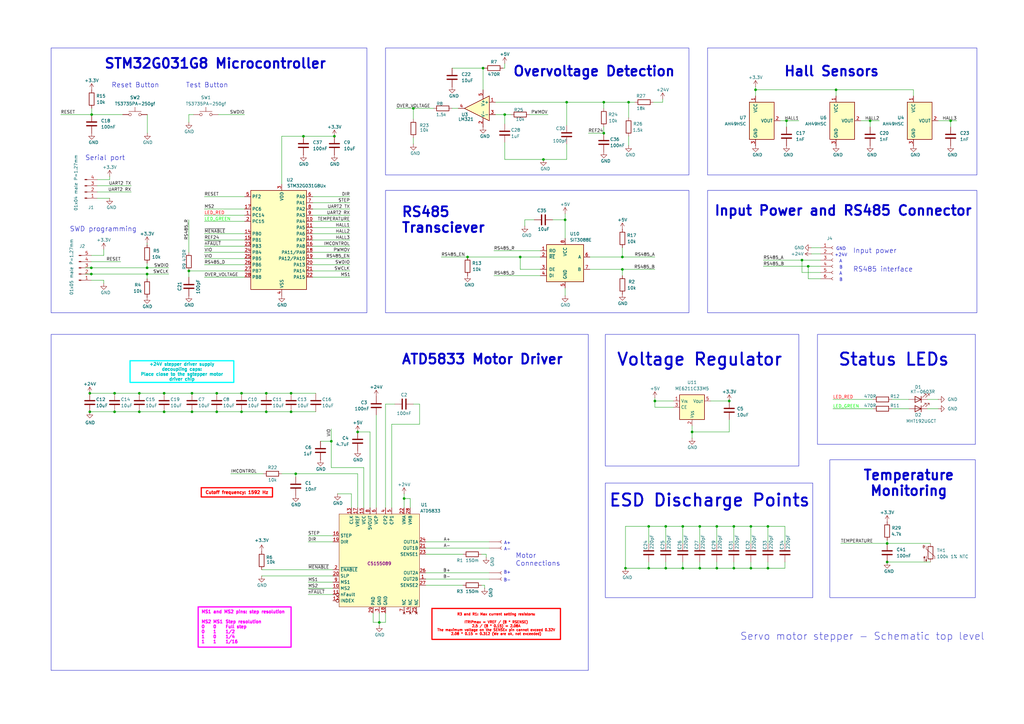
<source format=kicad_sch>
(kicad_sch (version 20231120) (generator "eeschema") (generator_version "8.0")
  (paper "A3")
  (title_block (title "Servo motor stepper M3 - Schematic top level") (date "2025-06-07") (rev "1.3"))
  (junction (at 165.735 204.47))
  (junction (at 57.15 161.29))
  (junction (at 37.592 46.99))
  (junction (at 119.38 168.91))
  (junction (at 46.99 161.29))
  (junction (at 389.89 49.53))
  (junction (at 280.035 233.045))
  (junction (at 314.96 233.045))
  (junction (at 213.36 105.41))
  (junction (at 60.325 112.395))
  (junction (at 169.545 44.45))
  (junction (at 124.46 55.88))
  (junction (at 60.325 109.855))
  (junction (at 67.31 161.29))
  (junction (at 307.975 215.9))
  (junction (at 247.65 41.91))
  (junction (at 255.27 110.49))
  (junction (at 256.54 233.045))
  (junction (at 46.99 168.91))
  (junction (at 67.31 168.91))
  (junction (at 273.05 233.045))
  (junction (at 232.41 41.91))
  (junction (at 198.12 27.94))
  (junction (at 137.16 55.88))
  (junction (at 363.855 230.505))
  (junction (at 99.06 168.91))
  (junction (at 299.085 164.465))
  (junction (at 109.22 161.29))
  (junction (at 268.605 164.465))
  (junction (at 119.38 161.29))
  (junction (at 266.065 233.045))
  (junction (at 78.74 161.29))
  (junction (at 36.83 168.91))
  (junction (at 191.77 105.41))
  (junction (at 99.06 161.29))
  (junction (at 121.285 194.31))
  (junction (at 287.02 215.9))
  (junction (at 266.065 215.9))
  (junction (at 309.88 36.83))
  (junction (at 294.005 233.045))
  (junction (at 273.05 215.9))
  (junction (at 280.035 215.9))
  (junction (at 322.58 49.53))
  (junction (at 300.99 233.045))
  (junction (at 307.975 233.045))
  (junction (at 222.885 65.405))
  (junction (at 283.845 177.165))
  (junction (at 57.15 168.91))
  (junction (at 257.81 41.91))
  (junction (at 363.855 222.885))
  (junction (at 300.99 215.9))
  (junction (at 342.9 36.83))
  (junction (at 247.65 54.61))
  (junction (at 231.775 90.17))
  (junction (at 287.02 233.045))
  (junction (at 155.575 255.27))
  (junction (at 331.47 109.22))
  (junction (at 255.27 105.41))
  (junction (at 294.005 215.9))
  (junction (at 36.83 161.29))
  (junction (at 146.685 177.165))
  (junction (at 88.9 168.91))
  (junction (at 37.465 112.395))
  (junction (at 109.22 168.91))
  (junction (at 88.9 161.29))
  (junction (at 135.89 180.975))
  (junction (at 78.74 168.91))
  (junction (at 328.93 106.68))
  (junction (at 356.87 49.53))
  (junction (at 207.01 46.99))
  (junction (at 77.47 111.125))
  (junction (at 37.465 109.855))
  (junction (at 314.96 215.9))
  (wire (pts (xy 77.47 90.17) (xy 77.47 103.505)))
  (wire (pts (xy 172.085 165.735) (xy 169.545 165.735)))
  (wire (pts (xy 320.04 49.53) (xy 322.58 49.53)))
  (wire (pts (xy 271.78 41.91) (xy 267.97 41.91)))
  (wire (pts (xy 99.06 161.29) (xy 109.22 161.29)))
  (wire (pts (xy 162.56 44.45) (xy 169.545 44.45)))
  (wire (pts (xy 380.365 163.83) (xy 384.81 163.83)))
  (wire (pts (xy 332.74 104.14) (xy 336.55 104.14)))
  (wire (pts (xy 143.51 98.425) (xy 128.27 98.425)))
  (wire (pts (xy 266.065 230.505) (xy 266.065 233.045)))
  (wire (pts (xy 143.51 106.045) (xy 128.27 106.045)))
  (wire (pts (xy 356.87 49.53) (xy 360.68 49.53)))
  (wire (pts (xy 143.51 90.805) (xy 128.27 90.805)))
  (wire (pts (xy 197.485 240.03) (xy 198.755 240.03)))
  (wire (pts (xy 83.82 108.585) (xy 100.33 108.585)))
  (wire (pts (xy 215.265 90.17) (xy 215.265 92.71)))
  (wire (pts (xy 165.735 204.47) (xy 165.735 208.28)))
  (wire (pts (xy 57.15 161.29) (xy 67.31 161.29)))
  (wire (pts (xy 37.592 46.99) (xy 50.292 46.99)))
  (wire (pts (xy 222.885 65.405) (xy 232.41 65.405)))
  (wire (pts (xy 143.51 80.645) (xy 128.27 80.645)))
  (wire (pts (xy 169.545 44.45) (xy 169.545 48.895)))
  (wire (pts (xy 143.51 103.505) (xy 128.27 103.505)))
  (wire (pts (xy 332.74 101.6) (xy 336.55 101.6)))
  (wire (pts (xy 283.845 179.705) (xy 283.845 177.165)))
  (wire (pts (xy 39.878 78.74) (xy 53.848 78.74)))
  (wire (pts (xy 255.27 101.6) (xy 255.27 105.41)))
  (wire (pts (xy 255.27 105.41) (xy 268.605 105.41)))
  (wire (pts (xy 78.74 168.91) (xy 88.9 168.91)))
  (wire (pts (xy 169.545 44.45) (xy 177.8 44.45)))
  (wire (pts (xy 255.27 110.49) (xy 255.27 113.03)))
  (wire (pts (xy 144.145 208.28) (xy 144.145 202.565)))
  (wire (pts (xy 128.27 85.725) (xy 143.51 85.725)))
  (wire (pts (xy 37.465 104.775) (xy 42.545 104.775)))
  (wire (pts (xy 266.065 215.9) (xy 266.065 222.885)))
  (wire (pts (xy 143.51 95.885) (xy 128.27 95.885)))
  (wire (pts (xy 89.535 46.99) (xy 100.33 46.99)))
  (wire (pts (xy 83.82 103.505) (xy 100.33 103.505)))
  (wire (pts (xy 374.65 39.37) (xy 374.65 36.83)))
  (wire (pts (xy 222.885 65.405) (xy 207.01 65.405)))
  (wire (pts (xy 174.625 240.03) (xy 189.865 240.03)))
  (wire (pts (xy 241.935 110.49) (xy 255.27 110.49)))
  (wire (pts (xy 389.89 49.53) (xy 389.89 52.07)))
  (wire (pts (xy 143.51 83.185) (xy 128.27 83.185)))
  (wire (pts (xy 109.22 168.91) (xy 119.38 168.91)))
  (wire (pts (xy 143.51 100.965) (xy 128.27 100.965)))
  (wire (pts (xy 256.54 233.045) (xy 256.54 215.9)))
  (wire (pts (xy 353.06 49.53) (xy 356.87 49.53)))
  (wire (pts (xy 365.76 163.83) (xy 372.745 163.83)))
  (wire (pts (xy 57.15 168.91) (xy 67.31 168.91)))
  (wire (pts (xy 207.01 46.99) (xy 207.01 50.8)))
  (wire (pts (xy 294.005 230.505) (xy 294.005 233.045)))
  (wire (pts (xy 158.115 165.735) (xy 158.115 208.28)))
  (wire (pts (xy 174.625 237.49) (xy 200.66 237.49)))
  (wire (pts (xy 126.365 219.71) (xy 136.525 219.71)))
  (wire (pts (xy 257.81 55.88) (xy 257.81 59.69)))
  (wire (pts (xy 280.035 215.9) (xy 273.05 215.9)))
  (wire (pts (xy 213.36 105.41) (xy 221.615 105.41)))
  (wire (pts (xy 126.365 241.3) (xy 136.525 241.3)))
  (wire (pts (xy 126.365 243.84) (xy 136.525 243.84)))
  (wire (pts (xy 363.855 222.885) (xy 381.635 222.885)))
  (wire (pts (xy 257.81 41.91) (xy 257.81 48.26)))
  (wire (pts (xy 314.96 215.9) (xy 307.975 215.9)))
  (wire (pts (xy 380.365 167.64) (xy 384.81 167.64)))
  (wire (pts (xy 165.735 202.565) (xy 165.735 204.47)))
  (wire (pts (xy 161.925 165.735) (xy 158.115 165.735)))
  (wire (pts (xy 34.925 109.855) (xy 37.465 109.855)))
  (wire (pts (xy 300.99 233.045) (xy 294.005 233.045)))
  (wire (pts (xy 77.47 46.99) (xy 79.375 46.99)))
  (wire (pts (xy 331.47 109.22) (xy 331.47 114.3)))
  (wire (pts (xy 313.055 109.22) (xy 331.47 109.22)))
  (wire (pts (xy 313.055 106.68) (xy 328.93 106.68)))
  (wire (pts (xy 202.565 102.87) (xy 221.615 102.87)))
  (wire (pts (xy 149.225 208.28) (xy 149.225 191.77)))
  (wire (pts (xy 287.02 215.9) (xy 287.02 222.885)))
  (wire (pts (xy 328.93 111.76) (xy 336.55 111.76)))
  (wire (pts (xy 207.01 58.42) (xy 207.01 65.405)))
  (wire (pts (xy 121.285 194.31) (xy 121.285 195.58)))
  (wire (pts (xy 231.775 90.17) (xy 231.775 97.79)))
  (wire (pts (xy 287.02 233.045) (xy 280.035 233.045)))
  (wire (pts (xy 168.275 204.47) (xy 165.735 204.47)))
  (wire (pts (xy 126.365 222.25) (xy 136.525 222.25)))
  (wire (pts (xy 160.655 173.99) (xy 172.085 173.99)))
  (wire (pts (xy 154.305 170.18) (xy 154.305 208.28)))
  (wire (pts (xy 174.625 224.79) (xy 200.66 224.79)))
  (wire (pts (xy 39.878 73.66) (xy 44.958 73.66)))
  (wire (pts (xy 115.57 194.31) (xy 121.285 194.31)))
  (wire (pts (xy 143.51 108.585) (xy 128.27 108.585)))
  (wire (pts (xy 363.855 230.505) (xy 381.635 230.505)))
  (wire (pts (xy 39.878 81.28) (xy 44.958 81.28)))
  (wire (pts (xy 36.83 161.29) (xy 46.99 161.29)))
  (wire (pts (xy 328.93 106.68) (xy 328.93 111.76)))
  (wire (pts (xy 268.605 163.195) (xy 268.605 164.465)))
  (wire (pts (xy 199.39 227.33) (xy 199.39 228.6)))
  (wire (pts (xy 213.36 110.49) (xy 221.615 110.49)))
  (wire (pts (xy 83.82 100.965) (xy 100.33 100.965)))
  (wire (pts (xy 231.775 87.63) (xy 231.775 90.17)))
  (wire (pts (xy 143.51 93.345) (xy 128.27 93.345)))
  (wire (pts (xy 144.145 202.565) (xy 138.43 202.565)))
  (wire (pts (xy 60.325 107.95) (xy 60.325 109.855)))
  (wire (pts (xy 198.755 240.03) (xy 198.755 241.3)))
  (wire (pts (xy 203.2 41.91) (xy 232.41 41.91)))
  (wire (pts (xy 37.592 44.45) (xy 37.592 46.99)))
  (wire (pts (xy 389.89 49.53) (xy 392.43 49.53)))
  (wire (pts (xy 174.625 222.25) (xy 200.66 222.25)))
  (wire (pts (xy 287.02 215.9) (xy 280.035 215.9)))
  (wire (pts (xy 268.605 164.465) (xy 276.225 164.465)))
  (wire (pts (xy 363.855 221.615) (xy 363.855 222.885)))
  (wire (pts (xy 232.41 51.435) (xy 232.41 41.91)))
  (wire (pts (xy 169.545 56.515) (xy 169.545 59.055)))
  (wire (pts (xy 42.545 114.935) (xy 42.545 116.205)))
  (wire (pts (xy 83.82 106.045) (xy 100.33 106.045)))
  (wire (pts (xy 60.325 112.395) (xy 69.215 112.395)))
  (wire (pts (xy 257.81 41.91) (xy 260.35 41.91)))
  (wire (pts (xy 226.695 90.17) (xy 231.775 90.17)))
  (wire (pts (xy 217.17 46.99) (xy 224.79 46.99)))
  (wire (pts (xy 168.275 208.28) (xy 168.275 204.47)))
  (wire (pts (xy 307.975 215.9) (xy 300.99 215.9)))
  (wire (pts (xy 158.115 251.46) (xy 158.115 255.27)))
  (wire (pts (xy 88.9 161.29) (xy 99.06 161.29)))
  (wire (pts (xy 283.845 174.625) (xy 283.845 177.165)))
  (wire (pts (xy 37.465 107.315) (xy 49.53 107.315)))
  (wire (pts (xy 203.2 46.99) (xy 207.01 46.99)))
  (wire (pts (xy 314.96 233.045) (xy 314.96 230.505)))
  (wire (pts (xy 231.775 121.285) (xy 231.775 118.11)))
  (wire (pts (xy 83.82 90.805) (xy 100.33 90.805)))
  (wire (pts (xy 256.54 233.045) (xy 266.065 233.045)))
  (wire (pts (xy 128.27 113.665) (xy 143.51 113.665)))
  (wire (pts (xy 280.035 230.505) (xy 280.035 233.045)))
  (wire (pts (xy 155.575 251.46) (xy 155.575 255.27)))
  (wire (pts (xy 314.96 222.885) (xy 314.96 215.9)))
  (wire (pts (xy 328.93 106.68) (xy 336.55 106.68)))
  (wire (pts (xy 322.58 49.53) (xy 322.58 52.07)))
  (wire (pts (xy 174.625 227.33) (xy 189.865 227.33)))
  (wire (pts (xy 300.99 215.9) (xy 294.005 215.9)))
  (wire (pts (xy 37.465 109.855) (xy 60.325 109.855)))
  (wire (pts (xy 60.452 46.99) (xy 60.452 54.61)))
  (wire (pts (xy 83.82 95.885) (xy 100.33 95.885)))
  (wire (pts (xy 273.05 215.9) (xy 266.065 215.9)))
  (wire (pts (xy 34.925 112.395) (xy 37.465 112.395)))
  (wire (pts (xy 153.035 255.27) (xy 155.575 255.27)))
  (wire (pts (xy 280.035 215.9) (xy 280.035 222.885)))
  (wire (pts (xy 94.615 194.31) (xy 107.95 194.31)))
  (wire (pts (xy 83.82 113.665) (xy 100.33 113.665)))
  (wire (pts (xy 83.82 85.725) (xy 100.33 85.725)))
  (wire (pts (xy 174.625 234.95) (xy 200.66 234.95)))
  (wire (pts (xy 321.945 215.9) (xy 314.96 215.9)))
  (wire (pts (xy 77.47 111.125) (xy 100.33 111.125)))
  (wire (pts (xy 219.075 90.17) (xy 215.265 90.17)))
  (wire (pts (xy 24.892 46.99) (xy 37.592 46.99)))
  (wire (pts (xy 283.845 177.165) (xy 299.085 177.165)))
  (wire (pts (xy 314.96 233.045) (xy 307.975 233.045)))
  (wire (pts (xy 99.06 168.91) (xy 109.22 168.91)))
  (wire (pts (xy 344.805 222.885) (xy 363.855 222.885)))
  (wire (pts (xy 155.575 255.27) (xy 155.575 256.54)))
  (wire (pts (xy 191.77 105.41) (xy 213.36 105.41)))
  (wire (pts (xy 280.035 233.045) (xy 273.05 233.045)))
  (wire (pts (xy 78.74 161.29) (xy 88.9 161.29)))
  (wire (pts (xy 232.41 65.405) (xy 232.41 59.055)))
  (wire (pts (xy 83.82 98.425) (xy 100.33 98.425)))
  (wire (pts (xy 60.325 114.3) (xy 60.325 112.395)))
  (wire (pts (xy 88.9 168.91) (xy 99.06 168.91)))
  (wire (pts (xy 299.085 177.165) (xy 299.085 172.085)))
  (wire (pts (xy 342.9 39.37) (xy 342.9 36.83)))
  (wire (pts (xy 207.01 46.99) (xy 209.55 46.99)))
  (wire (pts (xy 77.47 50.165) (xy 77.47 46.99)))
  (wire (pts (xy 374.65 36.83) (xy 342.9 36.83)))
  (wire (pts (xy 331.47 114.3) (xy 336.55 114.3)))
  (wire (pts (xy 42.545 104.775) (xy 42.545 102.235)))
  (wire (pts (xy 255.27 110.49) (xy 268.605 110.49)))
  (wire (pts (xy 115.57 75.565) (xy 115.57 55.88)))
  (wire (pts (xy 119.38 161.29) (xy 129.54 161.29)))
  (wire (pts (xy 273.05 230.505) (xy 273.05 233.045)))
  (wire (pts (xy 294.005 215.9) (xy 294.005 222.885)))
  (wire (pts (xy 213.36 105.41) (xy 213.36 110.49)))
  (wire (pts (xy 322.58 49.53) (xy 327.66 49.53)))
  (wire (pts (xy 39.878 76.2) (xy 53.848 76.2)))
  (wire (pts (xy 172.085 173.99) (xy 172.085 165.735)))
  (wire (pts (xy 314.96 233.045) (xy 321.945 233.045)))
  (wire (pts (xy 60.325 109.855) (xy 69.215 109.855)))
  (wire (pts (xy 151.765 177.165) (xy 151.765 208.28)))
  (wire (pts (xy 185.42 44.45) (xy 187.96 44.45)))
  (wire (pts (xy 180.975 105.41) (xy 191.77 105.41)))
  (wire (pts (xy 185.42 27.94) (xy 198.12 27.94)))
  (wire (pts (xy 207.01 27.94) (xy 206.375 27.94)))
  (wire (pts (xy 107.315 236.22) (xy 136.525 236.22)))
  (wire (pts (xy 83.82 88.265) (xy 100.33 88.265)))
  (wire (pts (xy 158.115 255.27) (xy 155.575 255.27)))
  (wire (pts (xy 124.46 55.88) (xy 137.16 55.88)))
  (wire (pts (xy 287.02 230.505) (xy 287.02 233.045)))
  (wire (pts (xy 107.315 233.68) (xy 136.525 233.68)))
  (wire (pts (xy 67.31 168.91) (xy 78.74 168.91)))
  (wire (pts (xy 160.655 208.28) (xy 160.655 173.99)))
  (wire (pts (xy 46.99 168.91) (xy 57.15 168.91)))
  (wire (pts (xy 309.88 35.56) (xy 309.88 36.83)))
  (wire (pts (xy 271.78 40.64) (xy 271.78 41.91)))
  (wire (pts (xy 36.83 168.91) (xy 46.99 168.91)))
  (wire (pts (xy 198.755 27.94) (xy 198.12 27.94)))
  (wire (pts (xy 37.465 114.935) (xy 42.545 114.935)))
  (wire (pts (xy 331.47 109.22) (xy 336.55 109.22)))
  (wire (pts (xy 135.89 191.77) (xy 149.225 191.77)))
  (wire (pts (xy 341.63 167.64) (xy 358.14 167.64)))
  (wire (pts (xy 44.958 73.66) (xy 44.958 72.39)))
  (wire (pts (xy 247.65 41.91) (xy 257.81 41.91)))
  (wire (pts (xy 37.465 112.395) (xy 60.325 112.395)))
  (wire (pts (xy 135.89 175.895) (xy 135.89 180.975)))
  (wire (pts (xy 241.935 105.41) (xy 255.27 105.41)))
  (wire (pts (xy 121.285 194.31) (xy 146.685 194.31)))
  (wire (pts (xy 273.05 215.9) (xy 273.05 222.885)))
  (wire (pts (xy 291.465 164.465) (xy 299.085 164.465)))
  (wire (pts (xy 146.685 177.165) (xy 151.765 177.165)))
  (wire (pts (xy 146.685 208.28) (xy 146.685 194.31)))
  (wire (pts (xy 268.605 167.005) (xy 268.605 164.465)))
  (wire (pts (xy 109.22 161.29) (xy 119.38 161.29)))
  (wire (pts (xy 247.65 41.91) (xy 247.65 44.45)))
  (wire (pts (xy 128.27 88.265) (xy 143.51 88.265)))
  (wire (pts (xy 197.485 227.33) (xy 199.39 227.33)))
  (wire (pts (xy 307.975 233.045) (xy 307.975 230.505)))
  (wire (pts (xy 119.38 168.91) (xy 129.54 168.91)))
  (wire (pts (xy 321.945 222.885) (xy 321.945 215.9)))
  (wire (pts (xy 198.12 27.94) (xy 198.12 36.83)))
  (wire (pts (xy 307.975 215.9) (xy 307.975 222.885)))
  (wire (pts (xy 300.99 230.505) (xy 300.99 233.045)))
  (wire (pts (xy 307.975 233.045) (xy 300.99 233.045)))
  (wire (pts (xy 207.01 26.035) (xy 207.01 27.94)))
  (wire (pts (xy 77.47 113.665) (xy 77.47 111.125)))
  (wire (pts (xy 321.945 230.505) (xy 321.945 233.045)))
  (wire (pts (xy 131.445 180.975) (xy 135.89 180.975)))
  (wire (pts (xy 276.225 167.005) (xy 268.605 167.005)))
  (wire (pts (xy 300.99 215.9) (xy 300.99 222.885)))
  (wire (pts (xy 294.005 215.9) (xy 287.02 215.9)))
  (wire (pts (xy 247.65 52.07) (xy 247.65 54.61)))
  (wire (pts (xy 342.9 36.83) (xy 309.88 36.83)))
  (wire (pts (xy 309.88 36.83) (xy 309.88 39.37)))
  (wire (pts (xy 384.81 49.53) (xy 389.89 49.53)))
  (wire (pts (xy 60.325 99.695) (xy 60.325 100.33)))
  (wire (pts (xy 356.87 49.53) (xy 356.87 52.07)))
  (wire (pts (xy 294.005 233.045) (xy 287.02 233.045)))
  (wire (pts (xy 241.3 54.61) (xy 247.65 54.61)))
  (wire (pts (xy 256.54 215.9) (xy 266.065 215.9)))
  (wire (pts (xy 365.76 167.64) (xy 372.745 167.64)))
  (wire (pts (xy 83.82 80.645) (xy 100.33 80.645)))
  (wire (pts (xy 115.57 55.88) (xy 124.46 55.88)))
  (wire (pts (xy 136.525 238.76) (xy 126.365 238.76)))
  (wire (pts (xy 46.99 161.29) (xy 57.15 161.29)))
  (wire (pts (xy 153.035 251.46) (xy 153.035 255.27)))
  (wire (pts (xy 341.63 163.83) (xy 358.14 163.83)))
  (wire (pts (xy 273.05 233.045) (xy 266.065 233.045)))
  (wire (pts (xy 232.41 41.91) (xy 247.65 41.91)))
  (wire (pts (xy 202.565 113.03) (xy 221.615 113.03)))
  (wire (pts (xy 135.89 191.77) (xy 135.89 180.975)))
  (wire (pts (xy 67.31 161.29) (xy 78.74 161.29)))
  (wire (pts (xy 143.51 111.125) (xy 128.27 111.125)))
  (rectangle (start 248.285 137.16) (end 327.66 191.135))
  (rectangle (start 335.28 137.16) (end 400.05 182.245))
  (rectangle (start 20.955 137.16) (end 241.3 274.955))
  (rectangle (start 158.115 19.685) (end 282.575 71.755))
  (rectangle (start 290.195 19.685) (end 400.685 71.755))
  (rectangle (start 248.285 198.12) (end 333.375 245.11))
  (rectangle (start 20.955 19.685) (end 150.495 128.27))
  (rectangle (start 158.115 78.105) (end 282.575 128.27))
  (rectangle (start 340.36 188.595) (end 400.05 245.11))
  (rectangle (start 290.195 78.105) (end 400.685 128.27))
  (text_box "Cutoff frequency: 1592 Hz\n" (at 82.55 200.025 0) (size 29.21 3.81) (stroke (width 0.5) (color 255 0 0 1)) (effects (font (size 1.27 1.27) (thickness 0.4) (bold yes))))
  (text_box "+24V stepper driver supply \ndecoupling caps:\nPlace close to the sgtepper motor driver chip" (at 53.34 147.955 0) (size 42.545 8.89) (stroke (width 0.5) (color 0 255 255 1)) (effects (font (size 1.27 1.27) (thickness 0.4) (bold yes))))
  (text_box "MS1 and MS2 pins: step resolution\n\nMS2	MS1	Step resolution\n0	0	Full step\n0	1	1/2\n1	0	1/4\n1	1	1/16\n" (at 81.28 248.92 0) (size 38.1 16.51) (stroke (width 0.5) (color 255 0 255 1)) (effects (font (size 1.27 1.27) (thickness 0.4) (bold yes)) (justify left top)))
  (text_box "${94df9340-9001-4abf-849e-0a57a0ae12d6:REFERENCE} and ${c2765680-53cb-47ff-a513-50fbdfe64cd0:REFERENCE}: Max current setting resistors:\n\nITRIPmax = VREF / (8 * RSENSE)\n2.5 / (8 * 0.15) = 2.08A\nThe maximum voltage on the SENSEx pin cannot exceed 0.32V\n2.08 * 0.15 = 0.312 (We are ok, not exceeded)" (at 177.165 249.555 0) (size 52.705 12.7) (stroke (width 0.5) (color 255 0 0 1)) (effects (font (size 1 1) (thickness 0.4) (bold yes))))
  (text "Reset Button" (at 45.72 36.195 0) (effects (font (size 2 2)) (justify left bottom)))
  (text "ESD Discharge Points" (at 249.555 208.28 0) (effects (font (size 5 5) (thickness 0.8) (bold yes)) (justify left bottom)))
  (text "Test Button" (at 76.2 36.195 0) (effects (font (size 2 2)) (justify left bottom)))
  (text "B" (at 344.17 115.57 0) (effects (font (size 1.27 1.27)) (justify left bottom)))
  (text "+24V" (at 342.265 105.41 0) (effects (font (size 1.27 1.27)) (justify left bottom)))
  (text "SWD programming" (at 28.575 95.25 0) (effects (font (size 2 2)) (justify left bottom)))
  (text "Serial port" (at 34.925 66.04 0) (effects (font (size 2 2)) (justify left bottom)))
  (text "GND" (at 342.9 102.87 0) (effects (font (size 1.27 1.27)) (justify left bottom)))
  (text "RS485\nTransciever" (at 164.465 95.885 0) (effects (font (size 4 4) (thickness 0.8) (bold yes)) (justify left bottom)))
  (text "Input power" (at 349.885 104.14 0) (effects (font (size 2 2)) (justify left bottom)))
  (text "B" (at 344.17 110.49 0) (effects (font (size 1.27 1.27)) (justify left bottom)))
  (text "A+" (at 209.55 223.52 0) (effects (font (size 1.27 1.27)) (justify right bottom)))
  (text "Status LEDs" (at 343.535 150.495 0) (effects (font (size 5 5) (thickness 0.8) (bold yes)) (justify left bottom)))
  (text "Overvoltage Detection" (at 210.185 31.75 0) (effects (font (size 4 4) (thickness 0.8) (bold yes)) (justify left bottom)))
  (text "Voltage Regulator" (at 252.73 150.495 0) (effects (font (size 5 5) (thickness 0.8) (bold yes)) (justify left bottom)))
  (text "A" (at 344.17 107.95 0) (effects (font (size 1.27 1.27)) (justify left bottom)))
  (text "Input Power and RS485 Connector" (at 292.735 88.9 0) (effects (font (size 4 4) (thickness 0.8) (bold yes)) (justify left bottom)))
  (text "A" (at 344.17 113.03 0) (effects (font (size 1.27 1.27)) (justify left bottom)))
  (text "RS485 interface" (at 349.885 111.76 0) (effects (font (size 2 2)) (justify left bottom)))
  (text "Temperature\nMonitoring" (at 372.745 203.835 0) (effects (font (size 4 4) (thickness 0.8) (bold yes)) (justify bottom)))
  (text "B+" (at 209.55 235.585 0) (effects (font (size 1.27 1.27)) (justify right bottom)))
  (text "Servo motor stepper - Schematic top level" (at 303.53 262.89 0) (effects (font (size 3 3)) (justify left bottom)))
  (text "STM32G031G8 Microcontroller" (at 42.545 28.575 0) (effects (font (size 4 4) (thickness 0.8) (bold yes)) (justify left bottom)))
  (text "A-" (at 209.55 226.06 0) (effects (font (size 1.27 1.27)) (justify right bottom)))
  (text "B-" (at 209.55 238.76 0) (effects (font (size 1.27 1.27)) (justify right bottom)))
  (text "ATD5833 Motor Driver" (at 164.465 149.86 0) (effects (font (size 4 4) (thickness 0.8) (bold yes)) (justify left bottom)))
  (text "Hall Sensors" (at 321.31 31.75 0) (effects (font (size 4 4) (thickness 0.8) (bold yes)) (justify left bottom)))
  (text "Motor\nConnections" (at 211.455 232.41 0) (effects (font (size 2 2)) (justify left bottom)))
  (label "DIR" (at 126.365 222.25 0))
  (label "RESET" (at 49.53 107.315 180))
  (label "A+" (at 184.785 222.25 180))
  (label "RS485_EN" (at 143.51 106.045 180))
  (label "~{MENABLE}" (at 83.82 95.885 0))
  (label "SWCLK" (at 69.215 112.395 180))
  (label "OVER_VOLTAGE" (at 83.82 113.665 0))
  (label "HALL2" (at 360.68 49.53 180))
  (label "B+" (at 184.785 234.95 180))
  (label "REF24" (at 241.3 54.61 0))
  (label "RS485_R" (at 202.565 102.87 0))
  (label "RS485_EN" (at 180.975 105.41 0))
  (label "DIR" (at 143.51 80.645 180))
  (label "VIO" (at 83.82 106.045 0))
  (label "B-" (at 184.785 237.49 180))
  (label "LED_GREEN" (at 83.82 90.805 0))
  (label "RS485_R" (at 77.47 98.425 90))
  (label "~{MENABLE}" (at 126.365 233.68 0))
  (label "RS485_B" (at 313.055 109.22 0))
  (label "VIO" (at 83.82 103.505 0))
  (label "SWCLK" (at 143.51 111.125 180))
  (label "STEP" (at 126.365 219.71 0))
  (label "RS485_A" (at 313.055 106.68 0))
  (label "MS1" (at 126.365 238.76 0))
  (label "PWMOV" (at 217.805 46.99 0))
  (label "UART2 RX" (at 53.848 78.74 180))
  (label "RESET" (at 24.892 46.99 0))
  (label "PWMOV" (at 143.51 103.505 180))
  (label "RS485_A" (at 268.605 105.41 180))
  (label "HALL2" (at 143.51 95.885 180))
  (label "MS1" (at 139.7 113.665 0))
  (label "LED_RED" (at 83.82 88.265 0))
  (label "RESET" (at 83.82 80.645 0))
  (label "OVER_VOLTAGE" (at 162.56 44.45 0))
  (label "RS485_D" (at 202.565 113.03 0))
  (label "HALL3" (at 143.51 98.425 180))
  (label "LED_RED" (at 341.63 163.83 0))
  (label "LED_GREEN" (at 341.63 167.64 0))
  (label "REF24" (at 83.82 98.425 0))
  (label "IMCONTROL" (at 143.51 100.965 180))
  (label "MS2" (at 83.82 85.725 0))
  (label "UART2 TX" (at 143.51 85.725 180))
  (label "~{nFAULT}" (at 83.82 100.965 0))
  (label "SWDIO" (at 100.33 46.99 180))
  (label "SWDIO" (at 69.215 109.855 180))
  (label "UART2 TX" (at 53.848 76.2 180))
  (label "HALL1" (at 143.51 93.345 180))
  (label "TEMPERATURE" (at 344.805 222.885 0))
  (label "RS485_B" (at 268.605 110.49 180))
  (label "HALL3" (at 392.43 49.53 180))
  (label "UART2 RX" (at 143.51 88.265 180))
  (label "TEMPERATURE" (at 143.51 90.805 180))
  (label "MS2" (at 126.365 241.3 0))
  (label "VIO" (at 135.89 179.07 90))
  (label "~{nFAULT}" (at 126.365 243.84 0))
  (label "IMCONTROL" (at 94.615 194.31 0))
  (label "SWDIO" (at 143.51 108.585 180))
  (label "HALL1" (at 327.66 49.53 180))
  (label "STEP" (at 143.51 83.185 180))
  (label "A-" (at 184.785 224.79 180))
  (label "RS485_D" (at 83.82 108.585 0))
  (symbol (lib_id "power:GND") (at 107.315 236.22 0) (unit 1)
    (property "Reference" "#PWR016" (effects (hide yes)))
    (property "Value" "GND" (at 105.41 240.03 0) (effects (justify left)))
  )
  (symbol (lib_id "power:GND") (at 363.855 230.505 0) (unit 1)
    (property "Reference" "#PWR071" (effects (hide yes)))
    (property "Value" "GND" (at 362.585 234.315 0) (effects (justify left)))
  )
  (symbol (lib_id "Device:C") (at 300.99 226.695 180) (unit 1)
    (property "Reference" "C31" (at 299.72 223.52 90))
    (property "Value" "220pF" (at 302.26 222.25 90))
    (property "Footprint" "Capacitor_SMD:C_0402_1005Metric" (effects (hide yes)))
    (property "LCSC" "C1530" (effects (hide yes)))
  )
  (symbol (lib_id "power:+3.3V") (at 309.88 35.56 0) (unit 1)
    (property "Reference" "#PWR028" (effects (hide yes)))
    (property "Value" "+3.3V" (at 309.88 31.75 0))
  )
  (symbol (lib_id "power:+3.3V") (at 231.775 87.63 0) (unit 1)
    (property "Reference" "#PWR033" (effects (hide yes)))
    (property "Value" "+5V" (at 231.775 83.82 0))
  )
  (symbol (lib_id "power:GND") (at 356.87 59.69 0) (unit 1)
    (property "Reference" "#PWR0105" (effects (hide yes)))
    (property "Value" "GND" (at 355.6 63.5 0) (effects (justify left)))
  )
  (symbol (lib_id "Device:C") (at 37.592 50.8 0) (unit 1)
    (property "Reference" "C18" (at 41.402 49.5299 0) (effects (justify left)))
    (property "Value" "100nF" (at 41.402 52.0699 0) (effects (justify left)))
    (property "Footprint" "Capacitor_SMD:C_0402_1005Metric" (effects (hide yes)))
    (property "LCSC" "C307331" (effects (hide yes)))
  )
  (symbol (lib_id "Device:LED") (at 376.555 163.83 180) (unit 1)
    (property "Reference" "D1" (at 376.555 158.75 0))
    (property "Value" "KT-0603R" (at 378.46 160.655 0))
    (property "Footprint" "LED_SMD:LED_0603_1608Metric" (effects (hide yes)))
    (property "Description" "Light emitting diode" (effects (hide yes)))
    (property "LCSC" "C2286" (effects (hide yes)))
  )
  (symbol (lib_id "power:+3.3V") (at 137.16 55.88 0) (unit 1)
    (property "Reference" "#PWR07" (effects (hide yes)))
    (property "Value" "+3.3V" (at 137.16 52.07 0))
  )
  (symbol (lib_id "Regulator_Linear:ME6211C33M5") (at 283.845 167.005 0) (unit 1)
    (property "Reference" "U11" (at 283.845 156.845 0))
    (property "Value" "ME6211C33M5" (at 283.845 159.385 0))
    (property "Footprint" "Package_TO_SOT_SMD:SOT-23-5" (effects (hide yes)))
    (property "Datasheet" "https://www.lcsc.com/datasheet/lcsc_datasheet_2304140030_MICRONE-Nanjing-Micro-One-Elec-ME6211C33R5G_C235316.pdf" (effects (hide yes)))
    (property "Description" "500mA low dropout linear regulator, shutdown pin, 6.5V max input voltage, 3.3V fixed positive output, SOT-23-5" (effects (hide yes)))
    (property "LCSC" "C82942" (effects (hide yes)))
  )
  (symbol (lib_id "power:+3.3V") (at 299.085 164.465 0) (unit 1)
    (property "Reference" "#PWR060" (effects (hide yes)))
    (property "Value" "+3.3V" (at 299.085 160.655 0))
  )
  (symbol (lib_id "Sensor_Magnetic:A1101ELHL") (at 312.42 49.53 0) (unit 1) (exclude_from_sim yes)
    (property "Reference" "U7" (at 306.07 48.2599 0) (effects (justify right)))
    (property "Value" "AH49HSC" (at 306.07 50.7999 0) (effects (justify right)))
    (property "Footprint" "Package_TO_SOT_SMD:SOT-23" (effects (hide yes)))
    (property "LCSC" "C510723" (effects (hide yes)))
  )
  (symbol (lib_id "Device:C") (at 99.06 165.1 0) (unit 1)
    (property "Reference" "C10" (at 101.6 163.83 0) (effects (justify left)))
    (property "Value" "10uF" (at 101.6 166.37 0) (effects (justify left)))
    (property "Footprint" "Capacitor_SMD:C_0603_1608Metric" (effects (hide yes)))
    (property "LCSC" "C194427" (effects (hide yes)))
  )
  (symbol (lib_id "Amplifier_Operational:LM321") (at 195.58 44.45 0) (mirror y) (unit 1) (exclude_from_sim yes)
    (property "Reference" "U3" (at 189.23 46.99 0) (effects (justify right)))
    (property "Value" "LM321" (at 187.96 48.895 0) (effects (justify right)))
    (property "Footprint" "Package_TO_SOT_SMD:SOT-23-5" (effects (hide yes)))
    (property "Datasheet" "https://www.lcsc.com/datasheet/lcsc_datasheet_2401051805_HANSCHIP-semiconductor-LM321MF_C19723728.pdf" (effects (hide yes)))
    (property "LCSC" "C19723728" (effects (hide yes)))
  )
  (symbol (lib_id "power:GND") (at 322.58 59.69 0) (unit 1)
    (property "Reference" "#PWR0110" (effects (hide yes)))
    (property "Value" "GND" (at 321.31 63.5 0) (effects (justify left)))
  )
  (symbol (lib_id "power:GND") (at 309.88 59.69 0) (unit 1)
    (property "Reference" "#PWR0108" (effects (hide yes)))
    (property "Value" "GND" (at 308.61 63.5 0) (effects (justify left)))
  )
  (symbol (lib_id "power:GND") (at 384.81 163.83 90) (unit 1)
    (property "Reference" "#PWR030" (effects (hide yes)))
    (property "Value" "GND" (at 388.62 163.8299 90) (effects (justify right)))
  )
  (symbol (lib_id "Device:C") (at 280.035 226.695 180) (unit 1)
    (property "Reference" "C26" (at 278.765 223.52 90))
    (property "Value" "220pF" (at 281.305 222.25 90))
    (property "Footprint" "Capacitor_SMD:C_0402_1005Metric" (effects (hide yes)))
    (property "LCSC" "C1530" (effects (hide yes)))
  )
  (symbol (lib_id "Device:R") (at 111.76 194.31 90) (unit 1)
    (property "Reference" "R22" (at 111.76 191.77 90))
    (property "Value" "10k" (at 111.76 196.85 90))
    (property "Footprint" "Resistor_SMD:R_0402_1005Metric" (effects (hide yes)))
    (property "LCSC" "C25744" (effects (hide yes)))
  )
  (symbol (lib_id "Sensor_Magnetic:A1101ELHL") (at 377.19 49.53 0) (unit 1) (exclude_from_sim yes)
    (property "Reference" "U4" (at 370.84 48.2599 0) (effects (justify right)))
    (property "Value" "AH49HSC" (at 370.84 50.7999 0) (effects (justify right)))
    (property "Footprint" "Package_TO_SOT_SMD:SOT-23" (effects (hide yes)))
    (property "LCSC" "C510723" (effects (hide yes)))
  )
  (symbol (lib_id "power:GND") (at 121.285 203.2 0) (unit 1)
    (property "Reference" "#PWR038" (effects (hide yes)))
    (property "Value" "GND" (at 119.38 207.01 0) (effects (justify left)))
  )
  (symbol (lib_id "power:+3.3V") (at 37.592 36.83 0) (unit 1)
    (property "Reference" "#PWR035" (effects (hide yes)))
    (property "Value" "+3.3V" (at 37.592 33.02 0))
  )
  (symbol (lib_id "Device:C") (at 119.38 165.1 0) (unit 1)
    (property "Reference" "C13" (at 121.92 163.83 0) (effects (justify left)))
    (property "Value" "10uF" (at 121.92 166.37 0) (effects (justify left)))
    (property "Footprint" "Capacitor_SMD:C_0603_1608Metric" (effects (hide yes)))
    (property "LCSC" "C194427" (effects (hide yes)))
  )
  (symbol (lib_id "power:GND") (at 255.27 120.65 0) (unit 1)
    (property "Reference" "#PWR018" (effects (hide yes)))
    (property "Value" "GND" (at 253.365 124.46 0) (effects (justify left)))
  )
  (symbol (lib_id "power:GND") (at 60.325 121.92 0) (unit 1)
    (property "Reference" "#PWR09" (effects (hide yes)))
    (property "Value" "GND" (at 58.42 125.73 0) (effects (justify left)))
  )
  (symbol (lib_id "Device:R") (at 181.61 44.45 90) (unit 1)
    (property "Reference" "R8" (at 180.34 42.545 90))
    (property "Value" "1.5k" (at 180.975 46.99 90))
    (property "Footprint" "Resistor_SMD:R_0402_1005Metric" (effects (hide yes)))
    (property "LCSC" "C25867" (effects (hide yes)))
  )
  (symbol (lib_id "power:GND") (at 222.885 65.405 0) (unit 1)
    (property "Reference" "#PWR058" (effects (hide yes)))
    (property "Value" "GND" (at 221.615 69.215 0) (effects (justify left)))
  )
  (symbol (lib_id "Device:R") (at 202.565 27.94 90) (unit 1)
    (property "Reference" "R7" (at 202.565 25.4 90))
    (property "Value" "470R" (at 202.565 30.48 90))
    (property "Footprint" "Resistor_SMD:R_0402_1005Metric" (effects (hide yes)))
    (property "LCSC" "C25117" (effects (hide yes)))
  )
  (symbol (lib_id "servo_motor:ATD5833") (at 155.575 231.14 0) (unit 1)
    (property "Reference" "U1" (at 173.99 207.01 0))
    (property "Value" "ATD5833" (at 176.53 209.55 0))
    (property "Footprint" "Package_DFN_QFN:QFN-28-1EP_5x5mm_P0.5mm_EP3.75x3.75mm_ThermalVias" (effects (hide yes)))
    (property "LCSC" "C5155089" (at 155.575 231.14 0))
  )
  (symbol (lib_id "power:GND") (at 185.42 35.56 0) (unit 1)
    (property "Reference" "#PWR044" (effects (hide yes)))
    (property "Value" "GND" (at 184.15 39.37 0) (effects (justify left)))
  )
  (symbol (lib_id "Device:R") (at 255.27 116.84 180) (unit 1)
    (property "Reference" "R2" (at 259.08 115.57 0))
    (property "Value" "10k" (at 259.08 118.11 0))
    (property "Footprint" "Resistor_SMD:R_0402_1005Metric" (effects (hide yes)))
    (property "LCSC" "C25744" (effects (hide yes)))
  )
  (symbol (lib_id "power:GND") (at 42.545 116.205 0) (unit 1)
    (property "Reference" "#PWR05" (effects (hide yes)))
    (property "Value" "GND" (at 41.275 120.015 0) (effects (justify left)))
  )
  (symbol (lib_id "Device:C") (at 185.42 31.75 0) (unit 1)
    (property "Reference" "C22" (at 189.23 30.4799 0) (effects (justify left)))
    (property "Value" "10uF" (at 189.23 33.0199 0) (effects (justify left)))
    (property "Footprint" "Capacitor_SMD:C_0402_1005Metric" (effects (hide yes)))
    (property "LCSC" "C15525" (effects (hide yes)))
  )
  (symbol (lib_id "power:GND") (at 169.545 59.055 0) (unit 1)
    (property "Reference" "#PWR049" (effects (hide yes)))
    (property "Value" "GND" (at 168.275 62.865 0) (effects (justify left)))
  )
  (symbol (lib_id "power:GND") (at 115.57 121.285 0) (unit 1)
    (property "Reference" "#PWR029" (effects (hide yes)))
    (property "Value" "GND" (at 113.665 125.095 0) (effects (justify left)))
  )
  (symbol (lib_id "Device:R") (at 169.545 52.705 180) (unit 1)
    (property "Reference" "R23" (at 173.99 51.435 0))
    (property "Value" "10k" (at 173.99 53.34 0))
    (property "Footprint" "Resistor_SMD:R_0402_1005Metric" (effects (hide yes)))
    (property "LCSC" "C25744" (effects (hide yes)))
  )
  (symbol (lib_id "power:GND") (at 137.16 63.5 0) (unit 1)
    (property "Reference" "#PWR021" (effects (hide yes)))
    (property "Value" "GND" (at 135.255 67.31 0) (effects (justify left)))
  )
  (symbol (lib_id "Device:C") (at 299.085 168.275 0) (unit 1)
    (property "Reference" "C5" (at 302.26 167.64 0) (effects (justify left)))
    (property "Value" "10uF" (at 302.26 170.18 0) (effects (justify left)))
    (property "Footprint" "Capacitor_SMD:C_0402_1005Metric" (effects (hide yes)))
    (property "LCSC" "C15525" (effects (hide yes)))
  )
  (symbol (lib_id "Device:R") (at 361.95 167.64 90) (unit 1)
    (property "Reference" "R11" (at 367.03 166.37 90))
    (property "Value" "470R" (at 356.87 166.37 90))
    (property "Footprint" "Resistor_SMD:R_0402_1005Metric" (effects (hide yes)))
    (property "LCSC" "C25117" (effects (hide yes)))
  )
  (symbol (lib_id "power:GND") (at 37.592 54.61 0) (unit 1)
    (property "Reference" "#PWR036" (effects (hide yes)))
    (property "Value" "GND" (at 36.322 58.42 0) (effects (justify left)))
  )
  (symbol (lib_id "Device:C") (at 131.445 184.785 0) (unit 1)
    (property "Reference" "C6" (at 125.095 183.515 0) (effects (justify left)))
    (property "Value" "1uF" (at 124.46 186.055 0) (effects (justify left)))
    (property "Footprint" "Capacitor_SMD:C_0402_1005Metric" (effects (hide yes)))
    (property "Description" "25V 1uF X5R ±10% 0402 Multilayer Ceramic Capacitors MLCC - SMD/SMT ROHS" (effects (hide yes)))
    (property "LCSC" "C52923" (effects (hide yes)))
  )
  (symbol (lib_id "power:+24V") (at 207.01 26.035 0) (unit 1)
    (property "Reference" "#PWR026" (effects (hide yes)))
    (property "Value" "+5V" (at 207.01 22.225 0))
  )
  (symbol (lib_id "power:GND") (at 60.452 54.61 0) (unit 1)
    (property "Reference" "#PWR039" (effects (hide yes)))
    (property "Value" "GND" (at 58.547 58.42 0) (effects (justify left)))
  )
  (symbol (lib_id "Device:C") (at 266.065 226.695 180) (unit 1)
    (property "Reference" "C24" (at 264.795 223.52 90))
    (property "Value" "220pF" (at 267.335 222.25 90))
    (property "Footprint" "Capacitor_SMD:C_0402_1005Metric" (effects (hide yes)))
    (property "LCSC" "C1530" (effects (hide yes)))
  )
  (symbol (lib_id "MCU_ST_STM32G0:STM32G031G8Ux") (at 113.03 98.425 0) (unit 1)
    (property "Reference" "U2" (at 117.5101 73.787 0) (effects (justify left)))
    (property "Value" "STM32G031G8Ux" (at 117.7641 76.2 0) (effects (justify left)))
    (property "Footprint" "Package_DFN_QFN:QFN-28_4x4mm_P0.5mm" (effects (hide yes)))
    (property "Datasheet" "https://www.st.com/resource/en/datasheet/stm32g031g8.pdf" (effects (hide yes)))
    (property "Description" "STMicroelectronics Arm Cortex-M0+ MCU, 64KB flash, 8KB RAM, 64 MHz, 1.7-3.6V, 26 GPIO, UFQFPN28" (effects (hide yes)))
    (property "LCSC" "C432211" (effects (hide yes)))
  )
  (symbol (lib_id "power:GND") (at 124.46 63.5 0) (unit 1)
    (property "Reference" "#PWR027" (effects (hide yes)))
    (property "Value" "GND" (at 122.555 67.31 0) (effects (justify left)))
  )
  (symbol (lib_name "Conn_01x01_Socket_2") (lib_id "Connector:Conn_01x01_Socket") (at 205.74 237.49 0) (unit 1) (in_bom no)
    (property "Reference" "J8" (effects (hide yes)))
    (property "Value" "Conn_01x01_Socket" (effects (hide yes)))
    (property "Footprint" "servo_motor:Pad_3mm_TopOnly" (effects (hide yes)))
  )
  (symbol (lib_id "Device:C") (at 36.83 165.1 0) (unit 1)
    (property "Reference" "C12" (at 39.37 163.83 0) (effects (justify left)))
    (property "Value" "10uF" (at 39.37 166.37 0) (effects (justify left)))
    (property "Footprint" "Capacitor_SMD:C_0603_1608Metric" (effects (hide yes)))
    (property "LCSC" "C194427" (effects (hide yes)))
  )
  (symbol (lib_id "Device:C") (at 154.305 166.37 0) (unit 1)
    (property "Reference" "C3" (at 147.955 165.1 0) (effects (justify left)))
    (property "Value" "100nF" (at 145.415 167.64 0) (effects (justify left)))
    (property "Footprint" "Capacitor_SMD:C_0402_1005Metric" (effects (hide yes)))
    (property "LCSC" "C307331" (effects (hide yes)))
  )
  (symbol (lib_id "power:GND") (at 36.83 168.91 0) (unit 1)
    (property "Reference" "#PWR032" (effects (hide yes)))
    (property "Value" "GND" (at 34.925 173.355 0) (effects (justify left)))
  )
  (symbol (lib_id "Device:C") (at 247.65 58.42 0) (unit 1)
    (property "Reference" "C36" (at 250.19 57.15 0) (effects (justify left)))
    (property "Value" "100nF" (at 250.19 59.69 0) (effects (justify left)))
    (property "Footprint" "Capacitor_SMD:C_0402_1005Metric" (effects (hide yes)))
    (property "LCSC" "C307331" (effects (hide yes)))
  )
  (symbol (lib_id "Device:R") (at 107.315 229.87 180) (unit 1)
    (property "Reference" "R6" (at 110.49 228.6 0))
    (property "Value" "10k" (at 111.125 230.505 0))
    (property "Footprint" "Resistor_SMD:R_0402_1005Metric" (effects (hide yes)))
    (property "LCSC" "C25744" (effects (hide yes)))
  )
  (symbol (lib_id "power:GND") (at 146.685 184.785 0) (unit 1)
    (property "Reference" "#PWR013" (effects (hide yes)))
    (property "Value" "GND" (at 144.78 188.595 0) (effects (justify left)))
  )
  (symbol (lib_id "power:GND") (at 155.575 256.54 0) (unit 1)
    (property "Reference" "#PWR012" (effects (hide yes)))
    (property "Value" "GND" (at 153.67 260.35 0) (effects (justify left)))
  )
  (symbol (lib_id "Device:C") (at 222.885 90.17 90) (unit 1)
    (property "Reference" "C35" (at 224.155 86.36 90) (effects (justify left)))
    (property "Value" "10uF" (at 225.425 93.98 90) (effects (justify left)))
    (property "Footprint" "Capacitor_SMD:C_0402_1005Metric" (effects (hide yes)))
    (property "LCSC" "C15525" (effects (hide yes)))
  )
  (symbol (lib_id "Device:C") (at 273.05 226.695 180) (unit 1)
    (property "Reference" "C25" (at 271.78 223.52 90))
    (property "Value" "220pF" (at 274.32 222.25 90))
    (property "Footprint" "Capacitor_SMD:C_0402_1005Metric" (effects (hide yes)))
    (property "LCSC" "C1530" (effects (hide yes)))
  )
  (symbol (lib_id "power:GND") (at 389.89 59.69 0) (unit 1)
    (property "Reference" "#PWR0106" (effects (hide yes)))
    (property "Value" "GND" (at 388.62 63.5 0) (effects (justify left)))
  )
  (symbol (lib_id "Device:R") (at 361.95 163.83 90) (unit 1)
    (property "Reference" "R12" (at 367.03 162.56 90))
    (property "Value" "470R" (at 356.87 162.56 90))
    (property "Footprint" "Resistor_SMD:R_0402_1005Metric" (effects (hide yes)))
    (property "LCSC" "C25117" (effects (hide yes)))
  )
  (symbol (lib_id "Connector:Conn_01x04_Pin") (at 34.798 78.74 0) (mirror x) (unit 1) (in_bom no)
    (property "Reference" "J1" (at 37.338 85.09 0))
    (property "Value" "01x04 male P=1.27mm" (at 31.115 74.93 90))
    (property "Footprint" "PinHeader_1x04_P1.27mm_Vertical_No_Silkprint" (effects (hide yes)))
  )
  (symbol (lib_id "power:GND") (at 332.74 101.6 270) (mirror x) (unit 1)
    (property "Reference" "#PWR020" (effects (hide yes)))
    (property "Value" "GND" (at 325.755 101.6 90) (effects (justify left)))
  )
  (symbol (lib_id "Device:R") (at 264.16 41.91 270) (unit 1)
    (property "Reference" "R27" (at 262.89 39.37 90))
    (property "Value" "18k" (at 262.89 44.45 90))
    (property "Footprint" "Resistor_SMD:R_0603_1608Metric" (effects (hide yes)))
    (property "Description" "100mW Thick Film Resistors 75V ±100ppm/℃ ±1% 18kΩ 0603 Chip Resistor - Surface Mount ROHS" (effects (hide yes)))
    (property "LCSC" "C25810" (effects (hide yes)))
  )
  (symbol (lib_id "power:+3.3V") (at 44.958 72.39 0) (unit 1)
    (property "Reference" "#PWR02" (effects (hide yes)))
    (property "Value" "+3.3V" (at 44.958 68.58 0))
  )
  (symbol (lib_id "Connector:Conn_01x06_Socket") (at 341.63 106.68 0) (unit 1)
    (property "Reference" "J4" (at 339.09 97.79 0) (effects (justify left)))
    (property "Value" "Conn_01x06_Socket" (effects (hide yes)))
    (property "Footprint" "Connector_PinSocket_2.00mm:PinSocket_1x06_P2.00mm_Vertical" (effects (hide yes)))
  )
  (symbol (lib_id "power:+3.3V") (at 60.325 99.695 0) (unit 1)
    (property "Reference" "#PWR010" (effects (hide yes)))
    (property "Value" "+3.3V" (at 60.325 95.885 0))
  )
  (symbol (lib_id "power:+24V") (at 154.305 162.56 0) (unit 1)
    (property "Reference" "#PWR011" (effects (hide yes)))
    (property "Value" "+24V" (at 154.305 158.75 0))
  )
  (symbol (lib_id "Device:R") (at 60.325 118.11 180) (unit 1)
    (property "Reference" "R4" (at 56.515 116.84 0))
    (property "Value" "10k" (at 56.515 119.38 0))
    (property "Footprint" "Resistor_SMD:R_0402_1005Metric" (effects (hide yes)))
    (property "LCSC" "C25744" (effects (hide yes)))
  )
  (symbol (lib_id "Device:R") (at 77.47 107.315 180) (unit 1)
    (property "Reference" "R9" (at 75.565 109.22 90))
    (property "Value" "470R" (at 75.565 104.775 90))
    (property "Footprint" "Resistor_SMD:R_0402_1005Metric" (effects (hide yes)))
    (property "LCSC" "C25117" (effects (hide yes)))
  )
  (symbol (lib_name "Conn_01x01_Socket_3") (lib_id "Connector:Conn_01x01_Socket") (at 205.74 222.25 0) (unit 1) (in_bom no)
    (property "Reference" "J3" (effects (hide yes)))
    (property "Value" "Conn_01x01_Socket" (effects (hide yes)))
    (property "Footprint" "servo_motor:Pad_3mm_TopOnly" (effects (hide yes)))
  )
  (symbol (lib_id "power:GND") (at 384.81 167.64 90) (unit 1)
    (property "Reference" "#PWR031" (effects (hide yes)))
    (property "Value" "GND" (at 388.62 167.6399 90) (effects (justify right)))
  )
  (symbol (lib_id "Interface_UART:SP3485EN") (at 231.775 107.95 0) (unit 1)
    (property "Reference" "U10" (at 233.7309 95.885 0) (effects (justify left)))
    (property "Value" "SIT3088E" (at 233.7309 98.425 0) (effects (justify left)))
    (property "Footprint" "Package_DFN_QFN:DFN-8-1EP_3x3mm_P0.65mm_EP1.5x2.25mm" (effects (hide yes)))
    (property "Datasheet" "https://www.lcsc.com/datasheet/lcsc_datasheet_2006102219_SIT-SIT3088ETK_C601076.pdf" (effects (hide yes)))
    (property "LCSC" "C601076" (effects (hide yes)))
  )
  (symbol (lib_id "Device:Thermistor_NTC") (at 381.635 226.695 0) (unit 1) (exclude_from_sim yes)
    (property "Reference" "TH1" (at 384.175 225.7424 0) (effects (justify left)))
    (property "Value" "100k 1% NTC" (at 384.175 228.2824 0) (effects (justify left)))
    (property "Footprint" "Resistor_SMD:R_0402_1005Metric" (effects (hide yes)))
    (property "LCSC" "C236279" (effects (hide yes)))
  )
  (symbol (lib_id "power:GND") (at 342.9 59.69 0) (unit 1)
    (property "Reference" "#PWR0107" (effects (hide yes)))
    (property "Value" "GND" (at 341.63 63.5 0) (effects (justify left)))
  )
  (symbol (lib_id "power:GND") (at 256.54 233.045 0) (unit 1)
    (property "Reference" "#PWR04" (effects (hide yes)))
    (property "Value" "GND" (at 255.27 236.855 0) (effects (justify left)))
  )
  (symbol (lib_id "Device:C") (at 57.15 165.1 0) (unit 1)
    (property "Reference" "C15" (at 59.69 163.83 0) (effects (justify left)))
    (property "Value" "10uF" (at 59.69 166.37 0) (effects (justify left)))
    (property "Footprint" "Capacitor_SMD:C_0603_1608Metric" (effects (hide yes)))
    (property "LCSC" "C194427" (effects (hide yes)))
  )
  (symbol (lib_id "power:GND") (at 231.775 121.285 0) (unit 1)
    (property "Reference" "#PWR034" (effects (hide yes)))
    (property "Value" "GND" (at 229.87 125.095 0) (effects (justify left)))
  )
  (symbol (lib_id "Device:R") (at 193.675 240.03 270) (unit 1)
    (property "Reference" "R3" (at 188.595 242.57 90))
    (property "Value" "150m" (at 193.675 242.57 90))
    (property "Footprint" "Resistor_SMD:R_2010_5025Metric" (effects (hide yes)))
    (property "LCSC" "C421741" (effects (hide yes)))
  )
  (symbol (lib_id "power:+24V") (at 165.735 202.565 0) (unit 1)
    (property "Reference" "#PWR08" (effects (hide yes)))
    (property "Value" "+24V" (at 165.735 198.755 0))
  )
  (symbol (lib_id "power:+3.3V") (at 363.855 213.995 0) (unit 1)
    (property "Reference" "#PWR070" (effects (hide yes)))
    (property "Value" "+3.3V" (at 363.855 210.185 0))
  )
  (symbol (lib_name "Conn_01x01_Socket_1") (lib_id "Connector:Conn_01x01_Socket") (at 205.74 224.79 0) (unit 1) (in_bom no)
    (property "Reference" "J6" (effects (hide yes)))
    (property "Value" "Conn_01x01_Socket" (effects (hide yes)))
    (property "Footprint" "servo_motor:Pad_3mm_TopOnly" (effects (hide yes)))
  )
  (symbol (lib_id "Connector:Conn_01x05_Pin") (at 32.385 109.855 0) (mirror x) (unit 1) (in_bom no)
    (property "Reference" "J2" (at 34.925 100.965 0) (effects (justify right)))
    (property "Value" "01x05 male P=1.27mm" (at 29.337 121.031 90) (effects (justify right)))
    (property "Footprint" "PinHeader_1x05_P1.27mm_Vertical_No_Silkprint" (effects (hide yes)))
  )
  (symbol (lib_id "Device:C") (at 109.22 165.1 0) (unit 1)
    (property "Reference" "C11" (at 111.76 163.83 0) (effects (justify left)))
    (property "Value" "10uF" (at 111.76 166.37 0) (effects (justify left)))
    (property "Footprint" "Capacitor_SMD:C_0603_1608Metric" (effects (hide yes)))
    (property "LCSC" "C194427" (effects (hide yes)))
  )
  (symbol (lib_id "Device:C") (at 121.285 199.39 0) (unit 1)
    (property "Reference" "C1" (at 125.095 198.1199 0) (effects (justify left)))
    (property "Value" "10nF" (at 125.095 200.6599 0) (effects (justify left)))
    (property "Footprint" "Capacitor_SMD:C_0402_1005Metric" (effects (hide yes)))
    (property "LCSC" "C15195" (effects (hide yes)))
  )
  (symbol (lib_id "power:GND") (at 77.47 121.285 0) (unit 1)
    (property "Reference" "#PWR022" (effects (hide yes)))
    (property "Value" "GND" (at 75.565 125.095 0) (effects (justify left)))
  )
  (symbol (lib_id "Device:C") (at 356.87 55.88 0) (unit 1)
    (property "Reference" "C20" (at 360.68 54.6099 0) (effects (justify left)))
    (property "Value" "1nF" (at 360.68 57.1499 0) (effects (justify left)))
    (property "Footprint" "Capacitor_SMD:C_0402_1005Metric" (effects (hide yes)))
    (property "LCSC" "C1523" (effects (hide yes)))
  )
  (symbol (lib_id "power:GND") (at 198.755 241.3 0) (unit 1)
    (property "Reference" "#PWR015" (effects (hide yes)))
    (property "Value" "GND" (at 201.295 245.11 90) (effects (justify left)))
  )
  (symbol (lib_id "Device:R") (at 257.81 52.07 0) (unit 1)
    (property "Reference" "R26" (at 261.62 50.8 0))
    (property "Value" "1.5k" (at 261.62 53.34 0))
    (property "Footprint" "Resistor_SMD:R_0402_1005Metric" (effects (hide yes)))
    (property "LCSC" "C25867" (effects (hide yes)))
  )
  (symbol (lib_id "Device:R") (at 363.855 217.805 180) (unit 1)
    (property "Reference" "R29" (at 367.665 216.535 0))
    (property "Value" "4.7k" (at 367.665 219.075 0))
    (property "Footprint" "Resistor_SMD:R_0402_1005Metric" (effects (hide yes)))
    (property "LCSC" "C25900" (effects (hide yes)))
  )
  (symbol (lib_id "Device:R") (at 247.65 48.26 180) (unit 1)
    (property "Reference" "R24" (at 251.46 46.99 0))
    (property "Value" "10k" (at 251.46 49.53 0))
    (property "Footprint" "Resistor_SMD:R_0402_1005Metric" (effects (hide yes)))
    (property "LCSC" "C25744" (effects (hide yes)))
  )
  (symbol (lib_id "power:+24V") (at 36.83 161.29 0) (unit 1)
    (property "Reference" "#PWR023" (effects (hide yes)))
    (property "Value" "+24V" (at 36.83 157.48 0))
  )
  (symbol (lib_id "Device:C") (at 294.005 226.695 180) (unit 1)
    (property "Reference" "C29" (at 292.735 223.52 90))
    (property "Value" "220pF" (at 295.275 222.25 90))
    (property "Footprint" "Capacitor_SMD:C_0402_1005Metric" (effects (hide yes)))
    (property "LCSC" "C1530" (effects (hide yes)))
  )
  (symbol (lib_id "Device:C") (at 232.41 55.245 0) (unit 1)
    (property "Reference" "C30" (at 227.965 52.705 0) (effects (justify left)))
    (property "Value" "100pF" (at 226.695 57.785 0) (effects (justify left)))
    (property "Footprint" "Capacitor_SMD:C_0402_1005Metric" (effects (hide yes)))
    (property "LCSC" "C1546" (effects (hide yes)))
  )
  (symbol (lib_id "power:GND") (at 138.43 202.565 0) (unit 1)
    (property "Reference" "#PWR017" (effects (hide yes)))
    (property "Value" "GND" (at 136.525 206.375 0) (effects (justify left)))
  )
  (symbol (lib_id "Device:C") (at 129.54 165.1 0) (unit 1)
    (property "Reference" "C16" (at 132.08 163.83 0) (effects (justify left)))
    (property "Value" "10uF" (at 132.08 166.37 0) (effects (justify left)))
    (property "Footprint" "Capacitor_SMD:C_0603_1608Metric" (effects (hide yes)))
    (property "LCSC" "C194427" (effects (hide yes)))
  )
  (symbol (lib_id "power:+3.3V") (at 42.545 102.235 0) (unit 1)
    (property "Reference" "#PWR06" (effects (hide yes)))
    (property "Value" "+3.3V" (at 42.545 98.425 0))
  )
  (symbol (lib_id "power:GND") (at 283.845 179.705 0) (unit 1)
    (property "Reference" "#PWR054" (effects (hide yes)))
    (property "Value" "GND" (at 281.94 183.515 0) (effects (justify left)))
  )
  (symbol (lib_id "Device:R") (at 60.325 104.14 180) (unit 1)
    (property "Reference" "R5" (at 64.135 102.87 0))
    (property "Value" "10k" (at 64.135 105.41 0))
    (property "Footprint" "Resistor_SMD:R_0402_1005Metric" (effects (hide yes)))
    (property "LCSC" "C25744" (effects (hide yes)))
  )
  (symbol (lib_id "power:GND") (at 257.81 59.69 0) (unit 1)
    (property "Reference" "#PWR062" (effects (hide yes)))
    (property "Value" "GND" (at 256.54 63.5 0) (effects (justify left)))
  )
  (symbol (lib_id "Device:C") (at 389.89 55.88 0) (unit 1)
    (property "Reference" "C23" (at 393.7 54.6099 0) (effects (justify left)))
    (property "Value" "1nF" (at 393.7 57.1499 0) (effects (justify left)))
    (property "Footprint" "Capacitor_SMD:C_0402_1005Metric" (effects (hide yes)))
    (property "LCSC" "C1523" (effects (hide yes)))
  )
  (symbol (lib_id "power:+3.3V") (at 255.27 93.98 0) (unit 1)
    (property "Reference" "#PWR025" (effects (hide yes)))
    (property "Value" "+5V" (at 255.27 90.17 0))
  )
  (symbol (lib_id "power:GND") (at 191.77 113.03 0) (unit 1)
    (property "Reference" "#PWR024" (effects (hide yes)))
    (property "Value" "GND" (at 190.5 116.84 0) (effects (justify left)))
  )
  (symbol (lib_id "power:GND") (at 131.445 188.595 0) (unit 1)
    (property "Reference" "#PWR037" (effects (hide yes)))
    (property "Value" "GND" (at 129.54 192.405 0) (effects (justify left)))
  )
  (symbol (lib_id "Device:C") (at 78.74 165.1 0) (unit 1)
    (property "Reference" "C7" (at 81.28 163.83 0) (effects (justify left)))
    (property "Value" "10uF" (at 81.28 166.37 0) (effects (justify left)))
    (property "Footprint" "Capacitor_SMD:C_0603_1608Metric" (effects (hide yes)))
    (property "LCSC" "C194427" (effects (hide yes)))
  )
  (symbol (lib_id "Device:C") (at 314.96 226.695 180) (unit 1)
    (property "Reference" "C33" (at 313.69 223.52 90))
    (property "Value" "220pF" (at 316.23 222.25 90))
    (property "Footprint" "Capacitor_SMD:C_0402_1005Metric" (effects (hide yes)))
    (property "LCSC" "C1530" (effects (hide yes)))
  )
  (symbol (lib_id "Switch:SW_Push") (at 84.455 46.99 0) (unit 1)
    (property "Reference" "SW1" (at 84.455 40.005 0))
    (property "Value" "TS3735PA-250gf" (at 84.455 42.545 0))
    (property "Footprint" "servo_motor:TS3735PA-250gf" (effects (hide yes)))
    (property "LCSC" "C393946" (effects (hide yes)))
  )
  (symbol (lib_id "Device:C") (at 307.975 226.695 180) (unit 1)
    (property "Reference" "C32" (at 306.705 223.52 90))
    (property "Value" "220pF" (at 309.245 222.25 90))
    (property "Footprint" "Capacitor_SMD:C_0402_1005Metric" (effects (hide yes)))
    (property "LCSC" "C1530" (effects (hide yes)))
  )
  (symbol (lib_id "Device:C") (at 363.855 226.695 0) (unit 1)
    (property "Reference" "C41" (at 367.665 225.4249 0) (effects (justify left)))
    (property "Value" "100nF" (at 367.665 227.9649 0) (effects (justify left)))
    (property "Footprint" "Capacitor_SMD:C_0402_1005Metric" (effects (hide yes)))
    (property "LCSC" "C307331" (effects (hide yes)))
  )
  (symbol (lib_id "Device:R") (at 193.675 227.33 270) (unit 1)
    (property "Reference" "R1" (at 188.595 229.87 90))
    (property "Value" "150m" (at 193.675 229.87 90))
    (property "Footprint" "Resistor_SMD:R_2010_5025Metric" (effects (hide yes)))
    (property "LCSC" "C421741" (effects (hide yes)))
  )
  (symbol (lib_id "Device:LED") (at 376.555 167.64 180) (unit 1)
    (property "Reference" "D2" (at 376.555 170.18 0))
    (property "Value" "MHT192UGCT" (at 377.825 172.72 0))
    (property "Footprint" "LED_SMD:LED_0603_1608Metric" (effects (hide yes)))
    (property "Description" "Light emitting diode" (effects (hide yes)))
    (property "LCSC" "C389519" (effects (hide yes)))
  )
  (symbol (lib_id "power:GND") (at 44.958 81.28 0) (unit 1)
    (property "Reference" "#PWR03" (effects (hide yes)))
    (property "Value" "GND" (at 43.688 85.09 0) (effects (justify left)))
  )
  (symbol (lib_id "Device:C") (at 287.02 226.695 180) (unit 1)
    (property "Reference" "C27" (at 285.75 223.52 90))
    (property "Value" "220pF" (at 288.29 222.25 90))
    (property "Footprint" "Capacitor_SMD:C_0402_1005Metric" (effects (hide yes)))
    (property "LCSC" "C1530" (effects (hide yes)))
  )
  (symbol (lib_id "Device:C") (at 322.58 55.88 0) (unit 1)
    (property "Reference" "C17" (at 326.39 54.6099 0) (effects (justify left)))
    (property "Value" "1nF" (at 326.39 57.1499 0) (effects (justify left)))
    (property "Footprint" "Capacitor_SMD:C_0402_1005Metric" (effects (hide yes)))
    (property "LCSC" "C1523" (effects (hide yes)))
  )
  (symbol (lib_id "power:GND") (at 199.39 228.6 0) (unit 1)
    (property "Reference" "#PWR014" (effects (hide yes)))
    (property "Value" "GND" (at 201.93 232.41 90) (effects (justify left)))
  )
  (symbol (lib_id "Device:C") (at 321.945 226.695 180) (unit 1)
    (property "Reference" "C34" (at 320.675 223.52 90))
    (property "Value" "220pF" (at 323.215 222.25 90))
    (property "Footprint" "Capacitor_SMD:C_0402_1005Metric" (effects (hide yes)))
    (property "LCSC" "C1530" (effects (hide yes)))
  )
  (symbol (lib_id "Switch:SW_Push") (at 55.372 46.99 0) (unit 1)
    (property "Reference" "SW2" (at 55.372 40.005 0))
    (property "Value" "TS3735PA-250gf" (at 55.372 42.545 0))
    (property "Footprint" "servo_motor:TS3735PA-250gf" (effects (hide yes)))
    (property "LCSC" "C393946" (effects (hide yes)))
  )
  (symbol (lib_id "Device:C") (at 165.735 165.735 90) (unit 1)
    (property "Reference" "C2" (at 165.735 161.925 90))
    (property "Value" "100nF" (at 165.735 169.545 90))
    (property "Footprint" "Capacitor_SMD:C_0402_1005Metric" (effects (hide yes)))
    (property "LCSC" "C307331" (effects (hide yes)))
  )
  (symbol (lib_id "Connector:Conn_01x01_Socket") (at 205.74 234.95 0) (unit 1) (in_bom no)
    (property "Reference" "J7" (effects (hide yes)))
    (property "Value" "Conn_01x01_Socket" (effects (hide yes)))
    (property "Footprint" "servo_motor:Pad_3mm_TopOnly" (effects (hide yes)))
  )
  (symbol (lib_id "power:GND") (at 247.65 62.23 0) (unit 1)
    (property "Reference" "#PWR077" (effects (hide yes)))
    (property "Value" "GND" (at 246.38 66.04 0) (effects (justify left)))
  )
  (symbol (lib_id "power:+24V") (at 332.74 104.14 90) (mirror x) (unit 1)
    (property "Reference" "#PWR019" (effects (hide yes)))
    (property "Value" "+24V" (at 327.025 104.14 90))
  )
  (symbol (lib_id "power:+10V") (at 268.605 163.195 0) (unit 1)
    (property "Reference" "#PWR048" (effects (hide yes)))
    (property "Value" "+5V" (at 268.605 159.385 0))
  )
  (symbol (lib_id "Device:R") (at 191.77 109.22 180) (unit 1)
    (property "Reference" "R13" (at 195.58 107.95 0))
    (property "Value" "10k" (at 195.58 110.49 0))
    (property "Footprint" "Resistor_SMD:R_0402_1005Metric" (effects (hide yes)))
    (property "LCSC" "C25744" (effects (hide yes)))
  )
  (symbol (lib_id "power:+24V") (at 271.78 40.64 0) (unit 1)
    (property "Reference" "#PWR063" (effects (hide yes)))
    (property "Value" "+24V" (at 271.78 36.83 0))
  )
  (symbol (lib_id "Device:C") (at 88.9 165.1 0) (unit 1)
    (property "Reference" "C8" (at 91.44 163.83 0) (effects (justify left)))
    (property "Value" "10uF" (at 91.44 166.37 0) (effects (justify left)))
    (property "Footprint" "Capacitor_SMD:C_0603_1608Metric" (effects (hide yes)))
    (property "LCSC" "C194427" (effects (hide yes)))
  )
  (symbol (lib_id "Device:R") (at 255.27 97.79 180) (unit 1)
    (property "Reference" "R17" (at 259.08 96.52 0))
    (property "Value" "10k" (at 259.08 99.06 0))
    (property "Footprint" "Resistor_SMD:R_0402_1005Metric" (effects (hide yes)))
    (property "LCSC" "C25744" (effects (hide yes)))
  )
  (symbol (lib_id "power:GND") (at 198.12 52.07 0) (unit 1)
    (property "Reference" "#PWR051" (effects (hide yes)))
    (property "Value" "GND" (at 196.85 55.88 0) (effects (justify left)))
  )
  (symbol (lib_id "Device:C") (at 146.685 180.975 0) (unit 1)
    (property "Reference" "C4" (at 140.335 179.705 0) (effects (justify left)))
    (property "Value" "4.7uF" (at 137.795 182.245 0) (effects (justify left)))
    (property "Footprint" "Capacitor_SMD:C_0402_1005Metric" (effects (hide yes)))
    (property "LCSC" "C23733" (effects (hide yes)))
  )
  (symbol (lib_id "power:+3.3V") (at 107.315 226.06 0) (unit 1)
    (property "Reference" "#PWR040" (effects (hide yes)))
    (property "Value" "+3.3V" (at 107.315 221.615 0))
  )
  (symbol (lib_id "Device:R") (at 37.592 40.64 180) (unit 1)
    (property "Reference" "R15" (at 41.402 39.37 0))
    (property "Value" "10k" (at 41.402 41.91 0))
    (property "Footprint" "Resistor_SMD:R_0402_1005Metric" (effects (hide yes)))
    (property "LCSC" "C25744" (effects (hide yes)))
  )
  (symbol (lib_id "power:+10V") (at 146.685 177.165 0) (unit 1)
    (property "Reference" "#PWR01" (effects (hide yes)))
    (property "Value" "+5V" (at 146.685 173.355 0))
  )
  (symbol (lib_id "Device:C") (at 207.01 54.61 0) (unit 1)
    (property "Reference" "C28" (at 209.55 53.34 0) (effects (justify left)))
    (property "Value" "1uF" (at 209.55 55.88 0) (effects (justify left)))
    (property "Footprint" "Capacitor_SMD:C_0402_1005Metric" (effects (hide yes)))
    (property "LCSC" "C52923" (effects (hide yes)))
  )
  (symbol (lib_id "power:GND") (at 215.265 92.71 0) (unit 1)
    (property "Reference" "#PWR064" (effects (hide yes)))
    (property "Value" "GND" (at 213.995 96.52 0) (effects (justify left)))
  )
  (symbol (lib_id "Device:C") (at 46.99 165.1 0) (unit 1)
    (property "Reference" "C14" (at 49.53 163.83 0) (effects (justify left)))
    (property "Value" "10uF" (at 49.53 166.37 0) (effects (justify left)))
    (property "Footprint" "Capacitor_SMD:C_0603_1608Metric" (effects (hide yes)))
    (property "LCSC" "C194427" (effects (hide yes)))
  )
  (symbol (lib_id "Device:C") (at 124.46 59.69 0) (unit 1)
    (property "Reference" "C37" (at 128.27 58.4199 0) (effects (justify left)))
    (property "Value" "100nF" (at 128.27 60.9599 0) (effects (justify left)))
    (property "Footprint" "Capacitor_SMD:C_0402_1005Metric" (effects (hide yes)))
    (property "LCSC" "C307331" (effects (hide yes)))
  )
  (symbol (lib_id "power:GND") (at 374.65 59.69 0) (unit 1)
    (property "Reference" "#PWR0109" (effects (hide yes)))
    (property "Value" "GND" (at 373.38 63.5 0) (effects (justify left)))
  )
  (symbol (lib_id "Device:C") (at 77.47 117.475 0) (unit 1)
    (property "Reference" "C21" (at 73.66 119.38 90) (effects (justify left)))
    (property "Value" "100pF" (at 81.28 120.65 90) (effects (justify left)))
    (property "Footprint" "Capacitor_SMD:C_0402_1005Metric" (effects (hide yes)))
    (property "LCSC" "C1546" (effects (hide yes)))
  )
  (symbol (lib_id "Device:R") (at 213.36 46.99 270) (unit 1)
    (property "Reference" "R25" (at 212.725 45.085 90))
    (property "Value" "10k" (at 213.36 48.895 90))
    (property "Footprint" "Resistor_SMD:R_0402_1005Metric" (effects (hide yes)))
    (property "LCSC" "C25744" (effects (hide yes)))
  )
  (symbol (lib_id "Device:C") (at 67.31 165.1 0) (unit 1)
    (property "Reference" "C19" (at 69.85 163.83 0) (effects (justify left)))
    (property "Value" "10uF" (at 69.85 166.37 0) (effects (justify left)))
    (property "Footprint" "Capacitor_SMD:C_0603_1608Metric" (effects (hide yes)))
    (property "LCSC" "C194427" (effects (hide yes)))
  )
  (symbol (lib_id "Sensor_Magnetic:A1101ELHL") (at 345.44 49.53 0) (unit 1) (exclude_from_sim yes)
    (property "Reference" "U6" (at 339.09 48.2599 0) (effects (justify right)))
    (property "Value" "AH49HSC" (at 339.09 50.7999 0) (effects (justify right)))
    (property "Footprint" "Package_TO_SOT_SMD:SOT-23" (effects (hide yes)))
    (property "LCSC" "C510723" (effects (hide yes)))
  )
  (symbol (lib_id "Device:C") (at 137.16 59.69 0) (unit 1)
    (property "Reference" "C9" (at 140.97 58.4199 0) (effects (justify left)))
    (property "Value" "10uF" (at 140.97 60.9599 0) (effects (justify left)))
    (property "Footprint" "Capacitor_SMD:C_0402_1005Metric" (effects (hide yes)))
    (property "LCSC" "C15525" (effects (hide yes)))
  )
  (symbol (lib_id "power:GND") (at 77.47 50.165 0) (unit 1)
    (property "Reference" "#PWR041" (effects (hide yes)))
    (property "Value" "GND" (at 75.565 53.975 0) (effects (justify left)))
  )
)
</source>
